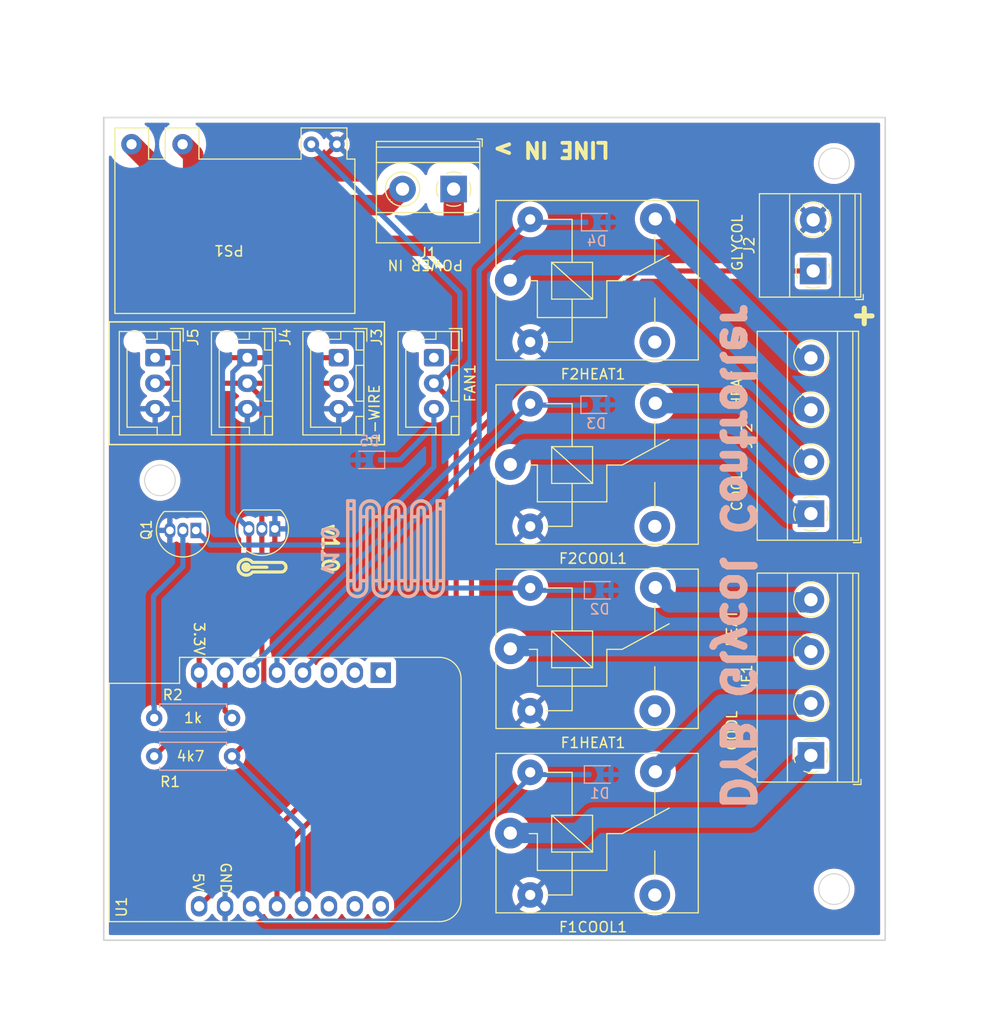
<source format=kicad_pcb>
(kicad_pcb (version 20211014) (generator pcbnew)

  (general
    (thickness 1.6)
  )

  (paper "USLetter")
  (title_block
    (title "DYB Relay Cotnrol Board")
    (date "2023-01-31")
    (rev "1.0")
  )

  (layers
    (0 "F.Cu" signal)
    (31 "B.Cu" signal)
    (32 "B.Adhes" user "B.Adhesive")
    (33 "F.Adhes" user "F.Adhesive")
    (34 "B.Paste" user)
    (35 "F.Paste" user)
    (36 "B.SilkS" user "B.Silkscreen")
    (37 "F.SilkS" user "F.Silkscreen")
    (38 "B.Mask" user)
    (39 "F.Mask" user)
    (40 "Dwgs.User" user "User.Drawings")
    (41 "Cmts.User" user "User.Comments")
    (42 "Eco1.User" user "User.Eco1")
    (43 "Eco2.User" user "User.Eco2")
    (44 "Edge.Cuts" user)
    (45 "Margin" user)
    (46 "B.CrtYd" user "B.Courtyard")
    (47 "F.CrtYd" user "F.Courtyard")
    (48 "B.Fab" user)
    (49 "F.Fab" user)
  )

  (setup
    (stackup
      (layer "F.SilkS" (type "Top Silk Screen"))
      (layer "F.Paste" (type "Top Solder Paste"))
      (layer "F.Mask" (type "Top Solder Mask") (thickness 0.01))
      (layer "F.Cu" (type "copper") (thickness 0.035))
      (layer "dielectric 1" (type "core") (thickness 1.51) (material "FR4") (epsilon_r 4.5) (loss_tangent 0.02))
      (layer "B.Cu" (type "copper") (thickness 0.035))
      (layer "B.Mask" (type "Bottom Solder Mask") (thickness 0.01))
      (layer "B.Paste" (type "Bottom Solder Paste"))
      (layer "B.SilkS" (type "Bottom Silk Screen"))
      (copper_finish "None")
      (dielectric_constraints no)
    )
    (pad_to_mask_clearance 0)
    (pcbplotparams
      (layerselection 0x00310f0_ffffffff)
      (disableapertmacros false)
      (usegerberextensions false)
      (usegerberattributes false)
      (usegerberadvancedattributes false)
      (creategerberjobfile true)
      (svguseinch false)
      (svgprecision 6)
      (excludeedgelayer false)
      (plotframeref false)
      (viasonmask false)
      (mode 1)
      (useauxorigin false)
      (hpglpennumber 1)
      (hpglpenspeed 20)
      (hpglpendiameter 15.000000)
      (dxfpolygonmode true)
      (dxfimperialunits true)
      (dxfusepcbnewfont true)
      (psnegative false)
      (psa4output false)
      (plotreference false)
      (plotvalue true)
      (plotinvisibletext false)
      (sketchpadsonfab false)
      (subtractmaskfromsilk true)
      (outputformat 1)
      (mirror false)
      (drillshape 0)
      (scaleselection 1)
      (outputdirectory "gerber_output/")
    )
  )

  (net 0 "")
  (net 1 "Net-(J2-Pad1)")
  (net 2 "3.3VDC")
  (net 3 "/OWC_BUS")
  (net 4 "unconnected-(F1COOL1-Pad3)")
  (net 5 "unconnected-(F1HEAT1-Pad3)")
  (net 6 "unconnected-(F2COOL1-Pad3)")
  (net 7 "unconnected-(F2HEAT1-Pad3)")
  (net 8 "/NUETRAL")
  (net 9 "/LINE")
  (net 10 "Net-(Q1-Pad2)")
  (net 11 "Net-(D5-Pad1)")
  (net 12 "unconnected-(FAN1-Pad1)")
  (net 13 "GND")
  (net 14 "+5V")
  (net 15 "Net-(R2-Pad1)")
  (net 16 "/Fermenter Control Circuit/F1_C")
  (net 17 "/Fermenter Control Circuit/F1_H")
  (net 18 "/Fermenter Control Circuit/F2_C")
  (net 19 "/Fermenter Control Circuit/F2_H")
  (net 20 "/Fermenter Control Circuit/F1Cout")
  (net 21 "/Fermenter Control Circuit/F1Cin")
  (net 22 "/Fermenter Control Circuit/F1Hout")
  (net 23 "/Fermenter Control Circuit/F1Hin")
  (net 24 "/Fermenter Control Circuit/F2Cout")
  (net 25 "/Fermenter Control Circuit/F2Cin")
  (net 26 "/Fermenter Control Circuit/F2Hout")
  (net 27 "/Fermenter Control Circuit/F2Hin")
  (net 28 "unconnected-(U1-Pad1)")
  (net 29 "unconnected-(U1-Pad2)")
  (net 30 "unconnected-(U1-Pad3)")
  (net 31 "unconnected-(U1-Pad14)")
  (net 32 "unconnected-(U1-Pad15)")
  (net 33 "unconnected-(U1-Pad16)")

  (footprint "TerminalBlock_Phoenix:TerminalBlock_Phoenix_MKDS-1,5-2_1x02_P5.00mm_Horizontal" (layer "F.Cu") (at 138.45 67.515 90))

  (footprint "Relay_THT:Relay_SPDT_SANYOU_SRD_Series_Form_C" (layer "F.Cu") (at 108.8 104.486666))

  (footprint "TerminalBlock_Phoenix:TerminalBlock_Phoenix_MKDS-1,5-2_1x02_P5.00mm_Horizontal" (layer "F.Cu") (at 103.25 59.5 180))

  (footprint "Relay_THT:Relay_SPDT_SANYOU_SRD_Series_Form_C" (layer "F.Cu") (at 108.8 122.52))

  (footprint "LOGO" (layer "F.Cu") (at 97.57 94.69 90))

  (footprint "Relay_THT:Relay_SPDT_SANYOU_SRD_Series_Form_C" (layer "F.Cu") (at 108.8 86.453333))

  (footprint "LOGO" (layer "F.Cu") (at 84.5 96.5 -90))

  (footprint "TerminalBlock_Phoenix:TerminalBlock_Phoenix_MKDS-1,5-4-5.08_1x04_P5.08mm_Horizontal" (layer "F.Cu") (at 138.23 91.26 90))

  (footprint "Connector_JST:JST_XH_B3B-XH-AM_1x03_P2.50mm_Vertical" (layer "F.Cu") (at 74.03 76 -90))

  (footprint "TerminalBlock_Phoenix:TerminalBlock_Phoenix_MKDS-1,5-4-5.08_1x04_P5.08mm_Horizontal" (layer "F.Cu") (at 138.23 114.92 90))

  (footprint "Connector_JST:JST_XH_B3B-XH-AM_1x03_P2.50mm_Vertical" (layer "F.Cu") (at 92.005 76 -90))

  (footprint "Power:Acxico 5V 700mA Board Module Mini AC-DC 120V to 5V Power Supply" (layer "F.Cu") (at 94.221 53.5175 180))

  (footprint "Connector_JST:JST_XH_B3B-XH-AM_1x03_P2.50mm_Vertical" (layer "F.Cu") (at 83.055 76 -90))

  (footprint "Connector_JST:JST_XH_B3B-XH-AM_1x03_P2.50mm_Vertical" (layer "F.Cu") (at 101.32 76 -90))

  (footprint "Module:WEMOS_D1_mini_light" (layer "F.Cu") (at 96.14 107.82 -90))

  (footprint "Package_TO_SOT_THT:TO-92_Inline" (layer "F.Cu") (at 78.02 92.9 180))

  (footprint "Relay_THT:Relay_SPDT_SANYOU_SRD_Series_Form_C" (layer "F.Cu") (at 108.8 68.42))

  (footprint "Package_TO_SOT_THT:TO-92_Inline" (layer "F.Cu") (at 85.75 92.75 180))

  (footprint "Diode_SMD:D_SOD-323F" (layer "B.Cu") (at 117.55 116.78))

  (footprint "Diode_SMD:D_SOD-323F" (layer "B.Cu") (at 117.27 62.74))

  (footprint "Diode_SMD:D_SOD-323F" (layer "B.Cu") (at 95 86 180))

  (footprint "Resistor_THT:R_Axial_DIN0207_L6.3mm_D2.5mm_P7.62mm_Horizontal" (layer "B.Cu") (at 81.56 111.25 180))

  (footprint "LOGO" (layer "B.Cu")
    (tedit 0) (tstamp c77434ac-9b9c-41ed-8b3b-27a93da87a8a)
    (at 97.57 94.69 90)
    (attr board_only exclude_from_pos_files exclude_from_bom)
    (fp_text reference "v1.0" (at -0.14 -6.48 270 unlocked) (layer "B.SilkS")
      (effects (font (size 1.524 1.524) (thickness 0.3)) (justify mirror))
      (tstamp 08e0680d-fff9-4d96-a2b3-f988c6520c9e)
    )
    (fp_text value "" (at 7.62 2.54 90) (layer "B.SilkS") hide
      (effects (font (size 1.524 1.524) (thickness 0.3)) (justify mirror))
      (tstamp 3e2e075c-0cbf-4fee-a96f-8a34c9653c7b)
    )
    (fp_poly (pts
        (xy 4.79758 4.797581)
        (xy 4.814198 4.77994)
        (xy 4.826451 4.761169)
        (xy 4.835005 4.735434)
        (xy 4.840524 4.696897)
        (xy 4.843672 4.639722)
        (xy 4.845116 4.558075)
        (xy 4.845519 4.446117)
        (xy 4.845538 4.376616)
        (xy 4.845407 4.247234)
        (xy 4.844569 4.151092)
        (xy 4.84236 4.082355)
        (xy 4.838114 4.035187)
        (xy 4.831168 4.003752)
        (xy 4.820856 3.982213)
        (xy 4.806513 3.964734)
        (xy 4.79758 3.955651)
        (xy 4.749622 3.907693)
        (xy 0.490269 3.907693)
        (xy -0.028442 3.907634)
        (xy -0.509055 3.907453)
        (xy -0.952552 3.907146)
        (xy -1.359912 3.906708)
        (xy -1.732115 3.906133)
        (xy -2.070141 3.905417)
        (xy -2.374971 3.904555)
        (xy -2.647584 3.90354)
        (xy -2.88896 3.90237)
        (xy -3.10008 3.901037)
        (xy -3.281923 3.899538)
        (xy -3.435468 3.897868)
        (xy -3.561698 3.896021)
        (xy -3.66159 3.893992)
        (xy -3.736126 3.891777)
        (xy -3.786285 3.88937)
        (xy -3.813047 3.886766)
        (xy -3.81753 3.88562)
        (xy -3.869727 3.843309)
        (xy -3.895733 3.783631)
        (xy -3.895546 3.71822)
        (xy -3.869168 3.658709)
        (xy -3.81753 3.61715)
        (xy -3.799789 3.614315)
        (xy -3.758819 3.611699)
        (xy -3.693596 3.609297)
        (xy -3.603092 3.607103)
        (xy -3.486282 3.60511)
        (xy -3.342142 3.603314)
        (xy -3.169644 3.601707)
        (xy -2.967763 3.600284)
        (xy -2.735474 3.59904)
        (xy -2.471751 3.597968)
        (xy -2.175569 3.597062)
        (xy -1.845901 3.596316)
        (xy -1.481722 3.595725)
        (xy -1.082006 3.595282)
        (xy -0.645728 3.594982)
        (xy -0.171862 3.594819)
        (xy 0.05465 3.594788)
        (xy 0.517372 3.594785)
        (xy 0.942681 3.594813)
        (xy 1.332244 3.594821)
        (xy 1.687724 3.594756)
        (xy 2.010786 3.594566)
        (xy 2.303095 3.594199)
        (xy 2.566316 3.593602)
        (xy 2.802113 3.592724)
        (xy 3.012152 3.591513)
        (xy 3.198096 3.589916)
        (xy 3.361612 3.587881)
        (xy 3.504363 3.585356)
        (xy 3.628014 3.582289)
        (xy 3.73423 3.578628)
        (xy 3.824676 3.57432)
        (xy 3.901017 3.569314)
        (xy 3.964917 3.563557)
        (xy 4.018042 3.556997)
        (xy 4.062055 3.549582)
        (xy 4.098622 3.54126)
        (xy 4.129407 3.531978)
        (xy 4.156076 3.521685)
        (xy 4.180292 3.510329)
        (xy 4.203721 3.497856)
        (xy 4.228028 3.484216)
        (xy 4.254877 3.469356)
        (xy 4.267139 3.462828)
        (xy 4.430592 3.355716)
        (xy 4.571489 3.220015)
        (xy 4.686602 3.061099)
        (xy 4.772703 2.884341)
        (xy 4.826564 2.695115)
        (xy 4.844961 2.500923)
        (xy 4.826168 2.30465)
        (xy 4.771943 2.11553)
        (xy 4.685513 1.938935)
        (xy 4.570105 1.78024)
        (xy 4.428949 1.644818)
        (xy 4.267139 1.539018)
        (xy 4.238749 1.523637)
        (xy 4.213591 1.509498)
        (xy 4.19 1.496548)
        (xy 4.166312 1.484735)
        (xy 4.140861 1.474008)
        (xy 4.111984 1.464313)
        (xy 4.078015 1.4556)
        (xy 4.037289 1.447815)
        (xy 3.988141 1.440908)
        (xy 3.928908 1.434824)
        (xy 3.857924 1.429513)
        (xy 3.773524 1.424922)
        (xy 3.674044 1.421)
        (xy 3.557819 1.417693)
        (xy 3.423184 1.414949)
        (xy 3.268474 1.412718)
        (xy 3.092025 1.410946)
        (xy 2.892171 1.409581)
        (xy 2.667249 1.408571)
        (xy 2.415593 1.407865)
        (xy 2.135538 1.407409)
        (xy 1.825421 1.407152)
        (xy 1.483575 1.407041)
        (xy 1.108336 1.407025)
        (xy 0.69804 1.407051)
        (xy 0.251022 1.407067)
        (xy 0.05465 1.407058)
        (xy -0.436521 1.406955)
        (xy -0.889641 1.406717)
        (xy -1.305735 1.40634)
        (xy -1.68583 1.405816)
        (xy -2.030951 1.405141)
        (xy -2.342123 1.404308)
        (xy -2.620372 1.403312)
        (xy -2.866725 1.402146)
        (xy -3.082206 1.400805)
        (xy -3.267842 1.399282)
        (xy -3.424657 1.397572)
        (xy -3.553678 1.395668)
        (xy -3.65593 1.393566)
        (xy -3.732439 1.391258)
        (xy -3.784231 1.38874)
        (xy -3.812331 1.386004)
        (xy -3.81753 1.384697)
        (xy -3.869727 1.342386)
        (xy -3.895733 1.282708)
        (xy -3.895546 1.217297)
        (xy -3.869168 1.157786)
        (xy -3.81753 1.116227)
        (xy -3.799789 1.113392)
        (xy -3.758819 1.110776)
        (xy -3.693596 1.108374)
        (xy -3.603092 1.10618)
        (xy -3.486282 1.104187)
        (xy -3.342142 1.10239)
        (xy -3.169644 1.100784)
        (xy -2.967763 1.099361)
        (xy -2.735474 1.098117)
        (xy -2.471751 1.097045)
        (xy -2.175569 1.096139)
        (xy -1.845901 1.095393)
        (xy -1.481722 1.094802)
        (xy -1.082006 1.094359)
        (xy -0.645728 1.094059)
        (xy -0.171862 1.093896)
        (xy 0.05465 1.093865)
        (xy 0.517372 1.093862)
        (xy 0.942681 1.09389)
        (xy 1.332244 1.093898)
        (xy 1.687724 1.093833)
        (xy 2.010786 1.093643)
        (xy 2.303095 1.093276)
        (xy 2.566316 1.092679)
        (xy 2.802113 1.091801)
        (xy 3.012152 1.09059)
        (xy 3.198096 1.088993)
        (xy 3.361612 1.086958)
        (xy 3.504363 1.084433)
        (xy 3.628014 1.081366)
        (xy 3.73423 1.077705)
        (xy 3.824676 1.073397)
        (xy 3.901017 1.068391)
        (xy 3.964917 1.062634)
        (xy 4.018042 1.056074)
        (xy 4.062055 1.048659)
        (xy 4.098622 1.040337)
        (xy 4.129407 1.031055)
        (xy 4.156076 1.020762)
        (xy 4.180292 1.009406)
        (xy 4.203721 0.996933)
        (xy 4.228028 0.983293)
        (xy 4.254877 0.968432)
        (xy 4.267139 0.961905)
        (xy 4.430592 0.854793)
        (xy 4.571489 0.719092)
        (xy 4.686602 0.560176)
        (xy 4.772703 0.383418)
        (xy 4.826564 0.194192)
        (xy 4.844961 0)
        (xy 4.826168 -0.196273)
        (xy 4.771943 -0.385393)
        (xy 4.685513 -0.561988)
        (xy 4.570105 -0.720683)
        (xy 4.428949 -0.856105)
        (xy 4.267139 -0.961905)
        (xy 4.238749 -0.977286)
        (xy 4.213591 -0.991425)
        (xy 4.19 -1.004375)
        (xy 4.166312 -1.016188)
        (xy 4.140861 -1.026915)
        (xy 4.111984 -1.03661)
        (xy 4.078015 -1.045323)
        (xy 4.037289 -1.053108)
        (xy 3.988141 -1.060015)
        (xy 3.928908 -1.066099)
        (xy 3.857924 -1.07141)
        (xy 3.773524 -1.076001)
        (xy 3.674044 -1.079924)
        (xy 3.557819 -1.08323)
        (xy 3.423184 -1.085974)
        (xy 3.268474 -1.088205)
        (xy 3.092025 -1.089977)
        (xy 2.892171 -1.091342)
        (xy 2.667249 -1.092352)
        (xy 2.415593 -1.093059)
        (xy 2.135538 -1.093514)
        (xy 1.825421 -1.093772)
        (xy 1.483575 -1.093882)
        (xy 1.108336 -1.093898)
        (xy 0.69804 -1.093872)
        (xy 0.251022 -1.093856)
        (xy 0.05465 -1.093865)
        (xy -0.436521 -1.093968)
        (xy -0.889641 -1.094206)
        (xy -1.305735 -1.094583)
        (xy -1.68583 -1.095107)
        (xy -2.030951 -1.095782)
        (xy -2.342123 -1.096615)
        (xy -2.620372 -1.097611)
        (xy -2.866725 -1.098777)
        (xy -3.082206 -1.100118)
        (xy -3.267842 -1.101641)
        (xy -3.424657 -1.103351)
        (xy -3.553678 -1.105255)
        (xy -3.65593 -1.107357)
        (xy -3.732439 -1.109665)
        (xy -3.784231 -1.112183)
        (xy -3.812331 -1.114919)
        (xy -3.81753 -1.116226)
        (xy -3.869727 -1.158537)
        (xy -3.895733 -1.218215)
        (xy -3.895546 -1.283626)
        (xy -3.869168 -1.343137)
        (xy -3.81753 -1.384696)
        (xy -3.799789 -1.387531)
        (xy -3.758819 -1.390147)
        (xy -3.693596 -1.392549)
        (xy -3.603092 -1.394743)
        (xy -3.486282 -1.396736)
        (xy -3.342142 -1.398533)
        (xy -3.169644 -1.400139)
        (xy -2.967763 -1.401562)
        (xy -2.735474 -1.402806)
        (xy -2.471751 -1.403879)
        (xy -2.175569 -1.404784)
        (xy -1.845901 -1.40553)
        (xy -1.481722 -1.406121)
        (xy -1.082006 -1.406564)
        (xy -0.645728 -1.406864)
        (xy -0.171862 -1.407027)
        (xy 0.05465 -1.407058)
        (xy 0.517372 -1.407061)
        (xy 0.942681 -1.407033)
        (xy 1.332244 -1.407025)
        (xy 1.687724 -1.40709)
        (xy 2.010786 -1.40728)
        (xy 2.303095 -1.407648)
        (xy 2.566316 -1.408244)
        (xy 2.802113 -1.409122)
        (xy 3.012152 -1.410333)
        (xy 3.198096 -1.41193)
        (xy 3.361612 -1.413965)
        (xy 3.504363 -1.41649)
        (xy 3.628014 -1.419557)
        (xy 3.73423 -1.423218)
        (xy 3.824676 -1.427526)
        (xy 3.901017 -1.432532)
        (xy 3.964917 -1.438289)
        (xy 4.018042 -1.444849)
        (xy 4.062055 -1.452264)
        (xy 4.098622 -1.460586)
        (xy 4.129407 -1.469868)
        (xy 4.156076 -1.480161)
        (xy 4.180292 -1.491517)
        (xy 4.203721 -1.50399)
        (xy 4.228028 -1.51763)
        (xy 4.254877 -1.532491)
        (xy 4.267139 -1.539018)
        (xy 4.430592 -1.64613)
        (xy 4.571489 -1.781831)
        (xy 4.686602 -1.940747)
        (xy 4.772703 -2.117505)
        (xy 4.826564 -2.306731)
        (xy 4.844961 -2.500923)
        (xy 4.826168 -2.697196)
        (xy 4.771943 -2.886316)
        (xy 4.685513 -3.062911)
        (xy 4.570105 -3.221606)
        (xy 4.428949 -3.357028)
        (xy 4.267139 -3.462828)
        (xy 4.238749 -3.478209)
        (xy 4.213591 -3.492349)
        (xy 4.19 -3.505299)
        (xy 4.166312 -3.517111)
        (xy 4.140861 -3.527839)
        (xy 4.111984 -3.537533)
        (xy 4.078015 -3.546246)
        (xy 4.037289 -3.554031)
        (xy 3.988141 -3.560939)
        (xy 3.928908 -3.567022)
        (xy 3.857924 -3.572333)
        (xy 3.773524 -3.576924)
        (xy 3.674044 -3.580847)
        (xy 3.557819 -3.584154)
        (xy 3.423184 -3.586897)
        (xy 3.268474 -3.589128)
        (xy 3.092025 -3.5909)
        (xy 2.892171 -3.592265)
        (xy 2.667249 -3.593275)
        (xy 2.415593 -3.593982)
        (xy 2.135538 -3.594437)
        (xy 1.825421 -3.594695)
        (xy 1.483575 -3.594805)
        (xy 1.108336 -3.594821)
        (xy 0.69804 -3.594795)
        (xy 0.251022 -3.594779)
        (xy 0.05465 -3.594788)
        (xy -0.436521 -3.594891)
        (xy -0.889641 -3.595129)
        (xy -1.305735 -3.595506)
        (xy -1.68583 -3.59603)
        (xy -2.030951 -3.596705)
        (xy -2.342123 -3.597538)
        (xy -2.620372 -3.598534)
        (xy -2.866725 -3.5997)
        (xy -3.082206 -3.601042)
        (xy -3.267842 -3.602564)
        (xy -3.424657 -3.604274)
        (xy -3.553678 -3.606178)
        (xy -3.65593 -3.60828)
        (xy -3.732439 -3.610588)
        (xy -3.784231 -3.613106)
        (xy -3.812331 -3.615842)
        (xy -3.81753 -3.61715)
        (xy -3.869727 -3.65946)
        (xy -3.895733 -3.719138)
        (xy -3.895546 -3.784549)
        (xy -3.869168 -3.844061)
        (xy -3.81753 -3.885619)
        (xy -3.800242 -3.888306)
        (xy -3.759967 -3.890795)
        (xy -3.695725 -3.89309)
        (xy -3.606534 -3.895196)
        (xy -3.491416 -3.897118)
        (xy -3.34939 -3.898862)
        (xy -3.179476 -3.900432)
        (xy -2.980694 -3.901833)
        (xy -2.752065 -3.90307)
        (xy -2.492608 -3.904149)
        (xy -2.201343 -3.905075)
        (xy -1.877291 -3.905851)
        (xy -1.519471 -3.906484)
        (xy -1.126903 -3.906979)
        (xy -0.698607 -3.90734)
        (xy -0.233603 -3.907573)
        (xy 0.269088 -3.907682)
        (xy 0.490269 -3.907692)
        (xy 4.749622 -3.907692)
        (xy 4.79758 -3.95565)
        (xy 4.814198 -3.973291)
        (xy 4.826451 -3.992061)
        (xy 4.835005 -4.017797)
        (xy 4.840524 -4.056334)
        (xy 4.843672 -4.113508)
        (xy 4.845116 -4.195156)
        (xy 4.845519 -4.307114)
        (xy 4.845538 -4.376615)
        (xy 4.845407 -4.505997)
        (xy 4.844569 -4.602139)
        (xy 4.84236 -4.670875)
        (xy 4.838114 -4.718043)
        (xy 4.831168 -4.749479)
        (xy 4.820856 -4.771018)
        (xy 4.806513 -4.788497)
        (xy 4.79758 -4.79758)
        (xy 4.749622 -4.845538)
        (xy 0.425849 -4.84391)
        (xy -0.068266 -4.843695)
        (xy -0.524772 -4.843429)
        (xy -0.94514 -4.843103)
        (xy -1.330837 -4.842706)
        (xy -1.683333 -4.84223)
        (xy -2.004096 -4.841665)
        (xy -2.294596 -4.841)
        (xy -2.5563 -4.840226)
        (xy -2.790678 -4.839334)
        (xy -2.999199 -4.838314)
        (xy -3.183332 -4.837156)
        (xy -3.344545 -4.83585)
        (xy -3.484307 -4.834386)
        (xy -3.604088 -4.832756)
        (xy -3.705356 -4.830949)
        (xy -3.789579 -4.828955)
        (xy -3.858227 -4.826765)
        (xy -3.912769 -4.82437)
        (xy -3.954673 -4.821758)
        (xy -3.985408 -4.818922)
        (xy -4.006443 -4.81585)
        (xy -4.012322 -4.814589)
        (xy -4.197466 -4.750368)
        (xy -4.366106 -4.653712)
        (xy -4.514802 -4.529012)
        (xy -4.640113 -4.380663)
        (xy -4.7386 -4.213056)
        (xy -4.806821 -4.030585)
        (xy -4.841338 -3.837642)
        (xy -4.843498 -3.786206)
        (xy -4.527334 -3.786206)
        (xy -4.502481 -3.94244)
        (xy -4.446137 -4.093194)
        (xy -4.361147 -4.229714)
        (xy -4.30238 -4.296404)
        (xy -4.213719 -4.375634)
        (xy -4.121998 -4.43594)
        (xy -4.020358 -4.479497)
        (xy -3.901938 -4.508482)
        (xy -3.759878 -4.52507)
        (xy -3.587317 -4.531439)
        (xy -3.560885 -4.531637)
        (xy -3.282462 -4.532923)
        (xy -2.969846 -4.532923)
        (xy 3.751384 -4.532923)
        (xy 4.064 -4.532923)
        (xy 4.532923 -4.532923)
        (xy 4.532923 -4.220307)
        (xy 4.064 -4.220307)
        (xy 4.064 -4.532923)
        (xy 3.751384 -4.532923)
        (xy 3.751384 -4.220307)
        (xy -2.969846 -4.220307)
        (xy -2.969846 -4.532923)
        (xy -3.282462 -4.532923)
        (xy -3.282462 -4.223741)
        (xy -3.590193 -4.21693)
        (xy -3.721007 -4.213101)
        (xy -3.820077 -4.206858)
        (xy -3.894733 -4.196164)
        (xy -3.952307 -4.178984)
        (xy -4.000128 -4.153281)
        (xy -4.045529 -4.117019)
        (xy -4.084413 -4.079658)
        (xy -4.16313 -3.975297)
        (xy -4.20838 -3.857784)
        (xy -4.220189 -3.7341)
        (xy -4.198582 -3.611226)
        (xy -4.143584 -3.496143)
        (xy -4.082036 -3.420733)
        (xy -4.027705 -3.37116)
        (xy -3.973561 -3.334912)
        (xy -3.912161 -3.309983)
        (xy -3.836062 -3.294368)
        (xy -3.737822 -3.28606)
        (xy -3.609997 -3.283052)
        (xy -3.570654 -3.28289)
        (xy -3.282462 -3.282461)
        (xy -2.969846 -3.282461)
        (xy 2.969846 -3.282461)
        (xy 2.969846 -2.969846)
        (xy -2.969846 -2.969846)
        (xy -2.969846 -3.282461)
        (xy -3.282462 -3.282461)
        (xy -3.282462 -2.969846)
        (xy -3.551895 -2.969846)
        (xy -3.733282 -2.974713)
        (xy -3.883349 -2.990721)
        (xy -4.008795 -3.019982)
        (xy -4.11632 -3.064606)
        (xy -4.212623 -3.126706)
        (xy -4.30238 -3.206365)
        (xy -4.405954 -3.337309)
        (xy -4.480329 -3.492752)
        (xy -4.517851 -3.633247)
        (xy -4.527334 -3.786206)
        (xy -4.843498 -3.786206)
        (xy -4.844961 -3.751384)
        (xy -4.826169 -3.555111)
        (xy -4.771944 -3.365991)
        (xy -4.685513 -3.189396)
        (xy -4.570106 -3.030701)
        (xy -4.428949 -2.895279)
        (xy -4.26714 -2.789479)
        (xy -4.23875 -2.774098)
        (xy -4.213592 -2.759958)
        (xy -4.190001 -2.747008)
        (xy -4.166313 -2.735196)
        (xy -4.140862 -2.724468)
        (xy -4.111985 -2.714774)
        (xy -4.078015 -2.706061)
        (xy -4.037289 -2.698276)
        (xy -3.988142 -2.691368)
        (xy -3.928909 -2.685285)
        (xy -3.857925 -2.679974)
        (xy -3.773525 -2.675383)
        (xy -3.674045 -2.67146)
        (xy -3.55782 -2.668153)
        (xy -3.423185 -2.66541)
        (xy -3.268475 -2.663179)
        (xy -3.092026 -2.661407)
        (xy -2.892172 -2.660042)
        (xy -2.66725 -2.659032)
        (xy -2.415594 -2.658325)
        (xy -2.135539 -2.65787)
        (xy -1.825421 -2.657612)
        (xy -1.483576 -2.657502)
        (xy -1.108337 -2.657486)
        (xy -0.698041 -2.657512)
        (xy -0.251023 -2.657528)
        (xy -0.05465 -2.657519)
        (xy 0.43652 -2.657416)
        (xy 0.88964 -2.657178)
        (xy 1.305735 -2.656801)
        (xy 1.685829 -2.656277)
        (xy 2.03095 -2.655602)
        (xy 2.342122 -2.654769)
        (xy 2.620372 -2.653773)
        (xy 2.866724 -2.652607)
        (xy 3.082205 -2.651265)
        (xy 3.267841 -2.649743)
        (xy 3.424656 -2.648033)
        (xy 3.553677 -2.646129)
        (xy 3.655929 -2.644027)
        (xy 3.732439 -2.641719)
        (xy 3.784231 -2.639201)
        (xy 3.812331 -2.636465)
        (xy 3.817529 -2.635157)
        (xy 3.869727 -2.592847)
        (xy 3.895732 -2.533169)
        (xy 3.895546 -2.467758)
        (xy 3.869167 -2.408246)
        (xy 3.817529 -2.366688)
        (xy 3.799788 -2.363853)
        (xy 3.758819 -2.361237)
        (xy 3.693595 -2.358835)
        (xy 3.603091 -2.35664)
        (xy 3.486282 -2.354648)
        (xy 3.342141 -2.352851)
        (xy 3.169643 -2.351245)
        (xy 2.967763 -2.349822)
        (xy 2.735474 -2.348578)
        (xy 2.471751 -2.347505)
        (xy 2.175568 -2.346599)
        (xy 1.8459 -2.345854)
        (xy 1.481721 -2.345263)
        (xy 1.082006 -2.34482)
        (xy 0.645728 -2.34452)
        (xy 0.171862 -2.344357)
        (xy -0.05465 -2.344326)
        (xy -0.517372 -2.344323)
        (xy -0.942682 -2.344351)
        (xy -1.332244 -2.344359)
        (xy -1.687724 -2.344294)
        (xy -2.010786 -2.344104)
        (xy -2.303095 -2.343736)
        (xy -2.566316 -2.34314)
        (xy -2.802114 -2.342262)
        (xy -3.012152 -2.341051)
        (xy -3.198097 -2.339454)
        (xy -3.361612 -2.337419)
        (xy -3.504363 -2.334894)
        (xy -3.628015 -2.331827)
        (xy -3.734231 -2.328166)
        (xy -3.824677 -2.323858)
        (xy -3.901018 -2.318852)
        (xy -3.964918 -2.313095)
        (xy -4.018042 -2.306535)
        (xy -4.062056 -2.29912)
        (xy -4.098623 -2.290798)
        (xy -4.129408 -2.281516)
        (xy -4.156076 -2.271223)
        (xy -4.180293 -2.259867)
        (xy -4.203722 -2.247394)
        (xy -4.228029 -2.233754)
        (xy -4.254877 -2.218893)
        (xy -4.26714 -2.212366)
        (xy -4.430592 -2.105254)
        (xy -4.571489 -1.969553)
        (xy -4.686602 -1.810637)
        (xy -4.772704 -1.633879)
        (xy -4.826565 -1.444653)
        (xy -4.84176 -1.284247)
        (xy -4.527541 -1.284247)
        (xy -4.517851 -1.368599)
        (xy -4.46809 -1.541434)
        (xy -4.387849 -1.692311)
        (xy -4.30238 -1.795481)
        (xy -4.213719 -1.874711)
        (xy -4.121998 -1.935017)
        (xy -4.020358 -1.978574)
        (xy -3.901938 -2.007558)
        (xy -3.759878 -2.024147)
        (xy -3.587317 -2.030516)
        (xy -3.560885 -2.030714)
        (xy -3.282462 -2.032)
        (xy -2.969846 -2.032)
        (xy 2.969846 -2.032)
        (xy 2.969846 -1.719384)
        (xy -2.969846 -1.719384)
        (xy -2.969846 -2.032)
        (xy -3.282462 -2.032)
        (xy -3.282462 -1.722817)
        (xy -3.590193 -1.716007)
        (xy -3.612024 -1.715368)
        (xy 3.282461 -1.715368)
        (xy 3.282461 -2.032)
        (xy 3.570654 -2.032429)
        (xy 3.707677 -2.0344)
        (xy 3.813122 -2.041164)
        (xy 3.894386 -2.054689)
        (xy 3.958866 -2.076943)
        (xy 4.013958 -2.109896)
        (xy 4.06706 -2.155515)
        (xy 4.079658 -2.167894)
        (xy 4.144926 -2.242258)
        (xy 4.18486 -2.314942)
        (xy 4.204713 -2.399396)
        (xy 4.209762 -2.500923)
        (xy 4.203844 -2.608985)
        (xy 4.182669 -2.692582)
        (xy 4.141109 -2.764994)
        (xy 4.082035 -2.831574)
        (xy 4.034091 -2.876787)
        (xy 3.989098 -2.910054)
        (xy 3.939761 -2.933377)
        (xy 3.878779 -2.948758)
        (xy 3.798854 -2.958197)
        (xy 3.692689 -2.963696)
        (xy 3.590192 -2.966468)
        (xy 3.282461 -2.973279)
        (xy 3.282461 -3.286477)
        (xy 3.599961 -3.278204)
        (xy 3.725771 -3.274222)
        (xy 3.820514 -3.269133)
        (xy 3.892201 -3.261962)
        (xy 3.948841 -3.251737)
        (xy 3.998444 -3.237481)
        (xy 4.029848 -3.22593)
        (xy 4.184612 -3.145583)
        (xy 4.313357 -3.03774)
        (xy 4.41354 -2.906143)
        (xy 4.482619 -2.754535)
        (xy 4.518051 -2.586659)
        (xy 4.522362 -2.500923)
        (xy 4.504077 -2.326533)
        (xy 4.45092 -2.166606)
        (xy 4.365432 -2.024884)
        (xy 4.250155 -1.90511)
        (xy 4.107631 -1.811024)
        (xy 4.029848 -1.775915)
        (xy 3.980559 -1.758605)
        (xy 3.929304 -1.745941)
        (xy 3.868075 -1.736949)
        (xy 3.78886 -1.730656)
        (xy 3.683651 -1.726086)
        (xy 3.599961 -1.723642)
        (xy 3.282461 -1.715368)
        (xy -3.612024 -1.715368)
        (xy -3.721007 -1.712178)
        (xy -3.820077 -1.705934)
        (xy -3.894733 -1.695241)
        (xy -3.952307 -1.678061)
        (xy -4.000128 -1.652358)
        (xy -4.045529 -1.616096)
        (xy -4.084413 -1.578734)
        (xy -4.16313 -1.474374)
        (xy -4.20838 -1.356861)
        (xy -4.220189 -1.233177)
        (xy -4.198582 -1.110303)
        (xy -4.143584 -0.99522)
        (xy -4.082036 -0.91981)
        (xy -4.027705 -0.870237)
        (xy -3.973561 -0.833989)
        (xy -3.912161 -0.80906)
        (xy -3.836062 -0.793445)
        (xy -3.737822 -0.785136)
        (xy -3.609997 -0.782129)
        (xy -3.570654 -0.781967)
        (xy -3.282462 -0.781538)
        (xy -2.969846 -0.781538)
        (xy 2.969846 -0.781538)
        (xy 2.969846 -0.468923)
        (xy -2.969846 -0.468923)
        (xy -2.969846 -0.781538)
        (xy -3.282462 -0.781538)
        (xy -3.282462 -0.468923)
        (xy -3.551895 -0.468923)
        (xy -3.733282 -0.47379)
        (xy -3.883349 -0.489798)
        (xy -4.008795 -0.519058)
        (xy -4.11632 -0.563683)
        (xy -4.212623 -0.625783)
        (xy -4.30238 -0.705442)
        (xy -4.402106 -0.830226)
        (xy -4.474772 -0.974124)
        (xy -4.517531 -1.128382)
        (xy -4.527541 -1.284247)
        (xy -4.84176 -1.284247)
        (xy -4.844961 -1.250461)
        (xy -4.826169 -1.054188)
        (xy -4.771944 -0.865068)
        (xy -4.685513 -0.688473)
        (xy -4.570106 -0.529778)
        (xy -4.428949 -0.394355)
        (xy -4.26714 -0.288556)
        (xy -4.23875 -0.273175)
        (xy -4.213592 -0.259035)
        (xy -4.190001 -0.246085)
        (xy -4.166313 -0.234273)
        (xy -4.140862 -0.223545)
        (xy -4.111985 -0.213851)
        (xy -4.078015 -0.205138)
        (xy -4.037289 -0.197353)
        (xy -3.988142 -0.190445)
        (xy -3.928909 -0.184362)
        (xy -3.857925 -0.179051)
        (xy -3.773525 -0.17446)
        (xy -3.674045 -0.170537)
        (xy -3.55782 -0.16723)
        (xy -3.423185 -0.164487)
        (xy -3.268475 -0.162256)
        (xy -3.092026 -0.160484)
        (xy -2.892172 -0.159119)
        (xy -2.66725 -0.158109)
        (xy -2.415594 -0.157402)
        (xy -2.135539 -0.156946)
        (xy -1.825421 -0.156689)
        (xy -1.483576 -0.156579)
        (xy -1.108337 -0.156563)
        (xy -0.698041 -0.156589)
        (xy -0.251023 -0.156605)
        (xy -0.05465 -0.156596)
        (xy 0.43652 -0.156493)
        (xy 0.88964 -0.156255)
        (xy 1.305735 -0.155877)
        (xy 1.685829 -0.155354)
        (xy 2.03095 -0.154679)
        (xy 2.342122 -0.153846)
        (xy 2.620372 -0.15285)
        (xy 2.866724 -0.151684)
        (xy 3.082205 -0.150342)
        (xy 3.267841 -0.14882)
        (xy 3.424656 -0.147109)
        (xy 3.553677 -0.145206)
        (xy 3.655929 -0.143104)
        (xy 3.732439 -0.140796)
        (xy 3.784231 -0.138277)
        (xy 3.812331 -0.135542)
        (xy 3.817529 -0.134234)
        (xy 3.869727 -0.091924)
        (xy 3.895732 -0.032246)
        (xy 3.895546 0.033165)
        (xy 3.869167 0.092677)
        (xy 3.817529 0.134235)
        (xy 3.799788 0.13707)
        (xy 3.758819 0.139686)
        (xy 3.693595 0.142088)
        (xy 3.603091 0.144283)
        (xy 3.486282 0.146275)
        (xy 3.342141 0.148072)
        (xy 3.169643 0.149678)
        (xy 2.967763 0.151101)
        (xy 2.735474 0.152345)
        (xy 2.471751 0.153418)
        (xy 2.175568 0.154324)
        (xy 1.8459 0.155069)
        (xy 1.481721 0.15566)
        (xy 1.082006 0.156103)
        (xy 0.645728 0.156403)
        (xy 0.171862 0.156566)
        (xy -0.05465 0.156597)
        (xy -0.517372 0.1566)
        (xy -0.942682 0.156572)
        (xy -1.332244 0.156564)
        (xy -1.687724 0.156629)
        (xy -2.010786 0.156819)
        (xy -2.303095 0.157187)
        (xy -2.566316 0.157783)
        (xy -2.802114 0.158661)
        (xy -3.012152 0.159872)
        (xy -3.198097 0.161469)
        (xy -3.361612 0.163504)
        (xy -3.504363 0.166029)
        (xy -3.628015 0.169096)
        (xy -3.734231 0.172757)
        (xy -3.824677 0.177065)
        (xy -3.901018 0.182071)
        (xy -3.964918 0.187828)
        (xy -4.018042 0.194388)
        (xy -4.062056 0.201803)
        (xy -4.098623 0.210125)
        (xy -4.129408 0.219407)
        (xy -4.156076 0.2297)
        (xy -4.180293 0.241057)
        (xy -4.203722 0.253529)
        (xy -4.228029 0.267169)
        (xy -4.254877 0.28203)
        (xy -4.26714 0.288557)
        (xy -4.430592 0.395669)
        (xy -4.571489 0.53137)
        (xy -4.686602 0.690287)
        (xy -4.772704 0.867044)
        (xy -4.826565 1.05627)
        (xy -4.84176 1.216676)
        (xy -4.527541 1.216676)
        (xy -4.517851 1.132324)
        (xy -4.46809 0.959489)
        (xy -4.387849 0.808612)
        (xy -4.30238 0.705442)
        (xy -4.213719 0.626212)
        (xy -4.121998 0.565906)
        (xy -4.020358 0.522349)
        (xy -3.901938 0.493365)
        (xy -3.759878 0.476776)
        (xy -3.587317 0.470407)
        (xy -3.560885 0.470209)
        (xy -3.282462 0.468923)
        (xy -2.969846 0.468923)
        (xy 2.969846 0.468923)
        (xy 2.969846 0.781539)
        (xy -2.969846 0.781539)
        (xy -2.969846 0.468923)
        (xy -3.282462 0.468923)
        (xy -3.282462 0.778106)
        (xy -3.590193 0.784916)
        (xy -3.612024 0.785555)
        (xy 3.282461 0.785555)
        (xy 3.282461 0.468923)
        (xy 3.570654 0.468494)
        (xy 3.707677 0.466523)
        (xy 3.813122 0.459759)
        (xy 3.894386 0.446234)
        (xy 3.958866 0.42398)
        (xy 4.013958 0.391027)
        (xy 4.06706 0.345408)
        (xy 4.079658 0.333029)
        (xy 4.144926 0.258665)
        (xy 4.18486 0.185981)
        (xy 4.204713 0.101527)
        (xy 4.209762 0)
        (xy 4.203844 -0.108062)
        (xy 4.182669 -0.191659)
        (xy 4.141109 -0.26407)
        (xy 4.082035 -0.330651)
        (xy 4.034091 -0.375864)
        (xy 3.989098 -0.409131)
        (xy 3.939761 -0.432454)
        (xy 3.878779 -0.447834)
        (xy 3.798854 -0.457274)
        (xy 3.692689 -0.462773)
        (xy 3.590192 -0.465545)
        (xy 3.282461 -0.472356)
        (xy 3.282461 -0.785554)
        (xy 3.599961 -0.777281)
        (xy 3.725771 -0.773299)
        (xy 3.820514 -0.76821)
        (xy 3.892201 -0.761039)
        (xy 3.948841 -0.750813)
        (xy 3.998444 -0.736558)
        (xy 4.029848 -0.725007)
        (xy 4.184612 -0.64466)
        (xy 4.313357 -0.536817)
        (xy 4.41354 -0.40522)
        (xy 4.482619 -0.253612)
        (xy 4.518051 -0.085736)
        (xy 4.522362 0)
        (xy 4.504077 0.17439)
        (xy 4.45092 0.334317)
        (xy 4.365432 0.476039)
        (xy 4.250155 0.595813)
        (xy 4.107631 0.689899)
        (xy 4.029848 0.725008)
        (xy 3.980559 0.742318)
        (xy 3.929304 0.754982)
        (xy 3.868075 0.763974)
        (xy 3.78886 0.770267)
        (xy 3.683651 0.774837)
        (xy 3.599961 0.777281)
        (xy 3.282461 0.785555)
        (xy -3.612024 0.785555)
        (xy -3.721007 0.788745)
        (xy -3.820077 0.794989)
        (xy -3.894733 0.805682)
        (xy -3.952307 0.822862)
        (xy -4.000128 0.848565)
        (xy -4.045529 0.884827)
        (xy -4.084413 0.922189)
        (xy -4.16313 1.02655)
        (xy -4.20838 1.144062)
        (xy -4.220189 1.267746)
        (xy -4.198582 1.39062)
        (xy -4.143584 1.505703)
        (xy -4.082036 1.581113)
        (xy -4.027705 1.630686)
        (xy -3.973561 1.666934)
        (xy -3.912161 1.691863)
        (xy -3.836062 1.707478)
        (xy -3.737822 1.715787)
        (xy -3.609997 1.718794)
        (xy -3.570654 1.718956)
        (xy -3.282462 1.719385)
        (xy -2.969846 1.719385)
        (xy 2.969846 1.719385)
        (xy 2.969846 2.032)
        (xy -2.969846 2.032)
        (xy -2.969846 1.719385)
        (xy -3.282462 1.719385)
        (xy -3.282462 2.032)
        (xy -3.551895 2.032)
        (xy -3.733282 2.027133)
        (xy -3.883349 2.011125)
        (xy -4.008795 1.981865)
        (xy -4.11632 1.93724)
        (xy -4.212623 1.87514)
        (xy -4.30238 1.795481)
        (xy -4.402106 1.670698)
        (xy -4.474772 1.526799)
        (xy -4.517531 1.372541)
        (xy -4.527541 1.216676)
        (xy -4.84176 1.216676)
        (xy -4.844961 1.250462)
        (xy -4.826169 1.446735)
        (xy -4.771944 1.635856)
        (xy -4.685513 1.81245)
        (xy -4.570106 1.971145)
        (xy -4.428949 2.106568)
        (xy -4.26714 2.212367)
        (xy -4.23875 2.227748)
        (xy -4.213592 2.241888)
        (xy -4.190001 2.254838)
        (xy -4.166313 2.26665)
        (xy -4.140862 2.277378)
        (xy -4.111985 2.287072)
        (xy -4.078015 2.295785)
        (xy -4.037289 2.30357)
        (xy -3.988142 2.310478)
        (xy -3.928909 2.316561)
        (xy -3.857925 2.321872)
        (xy -3.773525 2.326463)
        (xy -3.674045 2.330386)
        (xy -3.55782 2.333693)
        (xy -3.423185 2.336436)
        (xy -3.268475 2.338667)
        (xy -3.092026 2.34044)
        (xy -2.892172 2.341804)
        (xy -2.66725 2.342814)
        (xy -2.415594 2.343521)
        (xy -2.135539 2.343977)
        (xy -1.825421 2.344234)
        (xy -1.483576 2.344344)
        (xy -1.108337 2.344361)
        (xy -0.698041 2.344335)
        (xy -0.251023 2.344318)
        (xy -0.05465 2.344327)
        (xy 0.43652 2.344431)
        (xy 0.88964 2.344668)
        (xy 1.305735 2.345046)
        (xy 1.685829 2.345569)
        (xy 2.03095 2.346244)
        (xy 2.342122 2.347077)
        (xy 2.620372 2.348073)
        (xy 2.866724 2.349239)
        (xy 3.082205 2.350581)
        (xy 3.267841 2.352104)
        (xy 3.424656 2.353814)
        (xy 3.553677 2.355717)
        (xy 3.655929 2.357819)
        (xy 3.732439 2.360127)
        (xy 3.784231 2.362646)
        (xy 3.812331 2.365381)
        (xy 3.817529 2.366689)
        (xy 3.869727 2.409)
        (xy 3.895732 2.468677)
        (xy 3.895546 2.534088)
        (xy 3.869167 2.5936)
        (xy 3.817529 2.635158)
        (xy 3.799788 2.637994)
        (xy 3.758819 2.640609)
        (xy 3.693595 2.643011)
        (xy 3.603091 2.645206)
        (xy 3.486282 2.647198)
        (xy 3.342141 2.648995)
        (xy 3.169643 2.650602)
        (xy 2.967763 2.652024)
        (xy 2.735474 2.653269)
        (xy 2.471751 2.654341)
        (xy 2.175568 2.655247)
        (xy 1.8459 2.655992)
        (xy 1.481721 2.656583)
        (xy 1.082006 2.657026)
        (xy 0.645728 2.657326)
        (xy 0.171862 2.657489)
        (xy -0.05465 2.65752)
        (xy -0.517372 2.657523)
        (xy -0.942682 2.657495)
        (xy -1.332244 2.657487)
        (xy -1.687724 2.657552)
        (xy -2.010786 2.657743)
        (xy -2.303095 2.65811)
        (xy -2.566316 2.658706)
        (xy -2.802114 2.659584)
        (xy -3.012152 2.660795)
        (xy -3.198097 2.662392)
        (xy -3.361612 2.664427)
        (xy -3.504363 2.66695
... [579107 chars truncated]
</source>
